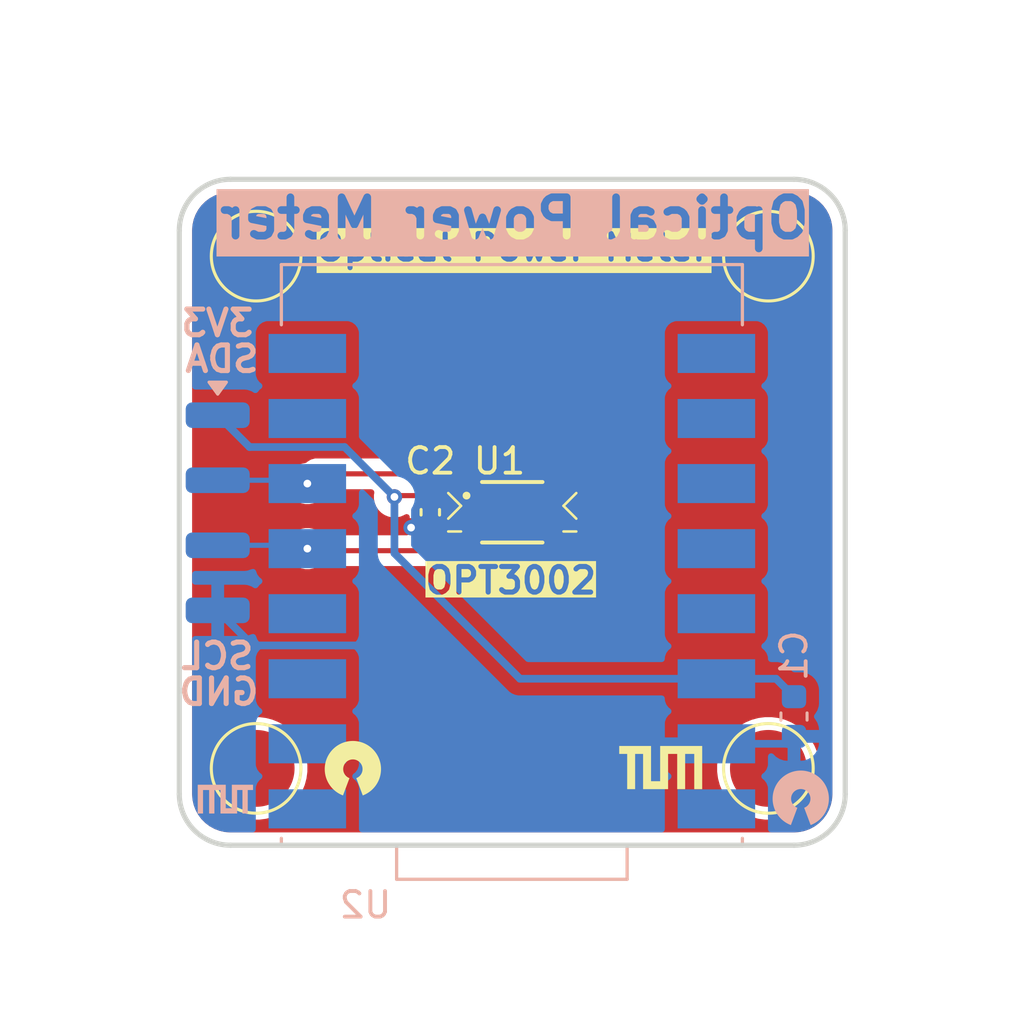
<source format=kicad_pcb>
(kicad_pcb (version 20241229) (generator "pcbnew") (generator_version "9.0")
  (layers (0 "F.Cu" signal) (2 "B.Cu" signal) (13 "F.Paste" user) (15 "B.Paste" user) (5 "F.SilkS" user "F.Silkscreen") (7 "B.SilkS" user "B.Silkscreen") (1 "F.Mask" user) (3 "B.Mask" user) (25 "Edge.Cuts" user))
  (net 0 "")
  (net 1 "+3V3")
  (net 2 "GND")
  (net 3 "/SDA")
  (net 4 "/SCL")
  (footprint "TestPoint:TestPoint_Pad_D3.0mm" (layer "F.Cu") (at 95 110)
    (property "Reference" "TP2" (hide yes))
    (property "Value" "solder_spacer")
    (fp_circle (center 0 0) (end 0 1.75) (stroke (width 0.12)) (fill no) (layer "F.SilkS"))
    (pad "1" smd circle (at 0 0) (size 3 3) (layers "F.Cu" "F.Mask"))
  )
  (footprint "opt3002_breakout:opt3002" (layer "F.Cu") (at 105 100)
    (property "Reference" "U1" (at -0.5 -2 0) (layer "F.SilkS"))
    (property "Value" "OPT3002DNPR")
    (fp_line (start -2 -0.25) (end -2.5 -0.75) (stroke (width 0.1)) (layer "F.SilkS"))
    (fp_line (start -2 -0.25) (end -2.5 0.25) (stroke (width 0.1)) (layer "F.SilkS"))
    (fp_line (start -2 0.75) (end -2.5 0.75) (stroke (width 0.1)) (layer "F.SilkS"))
    (fp_line (start -1.1811 1.1811) (end 1.1811 1.1811) (stroke (width 0.1524)) (layer "F.SilkS"))
    (fp_line (start 1.1811 -1.1811) (end -1.1811 -1.1811) (stroke (width 0.1524)) (layer "F.SilkS"))
    (fp_line (start 2 -0.25) (end 2.5 -0.75) (stroke (width 0.1)) (layer "F.SilkS"))
    (fp_line (start 2 -0.25) (end 2.5 0.25) (stroke (width 0.1)) (layer "F.SilkS"))
    (fp_line (start 2 0.75) (end 2.5 0.75) (stroke (width 0.1)) (layer "F.SilkS"))
    (fp_circle (center -1.7855 -0.65) (end -1.7093 -0.65) (stroke (width 0.1524)) (fill no) (layer "F.SilkS"))
    (pad "1" smd rect (at -1.0287 -0.649999) (size 0.6604 0.254) (layers "F.Cu" "F.Mask" "F.Paste") (net 1 "+3V3"))
    (pad "2" smd rect (at -1.0287 0) (size 0.6604 0.254) (layers "F.Cu" "F.Mask" "F.Paste") (net 2 "GND"))
    (pad "3" smd rect (at -1.0287 0.649999) (size 0.6604 0.254) (layers "F.Cu" "F.Mask" "F.Paste") (net 2 "GND"))
    (pad "4" smd rect (at 1.0287 0.649999) (size 0.6604 0.254) (layers "F.Cu" "F.Mask" "F.Paste") (net 4 "/SCL"))
    (pad "5" smd rect (at 1.0287 0) (size 0.6604 0.254) (layers "F.Cu" "F.Mask" "F.Paste"))
    (pad "6" smd rect (at 1.0287 -0.649999) (size 0.6604 0.254) (layers "F.Cu" "F.Mask" "F.Paste") (net 3 "/SDA"))
    (pad "7" smd rect (at 0 0) (size 0.762 1.4478) (layers "F.Cu" "F.Mask" "F.Paste"))
  )
  (footprint "TestPoint:TestPoint_Pad_D3.0mm" (layer "F.Cu") (at 115 110)
    (property "Reference" "TP4" (hide yes))
    (property "Value" "solder_spacer")
    (fp_circle (center 0 0) (end 0 1.75) (stroke (width 0.12)) (fill no) (layer "F.SilkS"))
    (pad "1" smd circle (at 0 0) (size 3 3) (layers "F.Cu" "F.Mask"))
  )
  (footprint "TestPoint:TestPoint_Pad_D3.0mm" (layer "F.Cu") (at 95 90)
    (property "Reference" "TP1" (hide yes))
    (property "Value" "solder_spacer")
    (fp_circle (center 0 0) (end 0 1.75) (stroke (width 0.12)) (fill no) (layer "F.SilkS"))
    (pad "1" smd circle (at 0 0) (size 3 3) (layers "F.Cu" "F.Mask"))
  )
  (footprint "TestPoint:TestPoint_Pad_D3.0mm" (layer "F.Cu") (at 115 90)
    (property "Reference" "TP3" (hide yes))
    (property "Value" "solder_spacer")
    (fp_circle (center 0 0) (end 0 1.75) (stroke (width 0.12)) (fill no) (layer "F.SilkS"))
    (pad "1" smd circle (at 0 0) (size 3 3) (layers "F.Cu" "F.Mask"))
  )
  (footprint "Capacitor_SMD:C_0402_1005Metric" (layer "F.Cu") (at 101.8 100 -90)
    (property "Reference" "C2" (at -2 0 180) (layer "F.SilkS"))
    (property "Value" "100n")
    (fp_line (start -0.107836 0.36) (end 0.107836 0.36) (stroke (width 0.12)) (layer "F.SilkS"))
    (fp_line (start -0.107836 -0.36) (end 0.107836 -0.36) (stroke (width 0.12)) (layer "F.SilkS"))
    (pad "1" smd roundrect (at -0.48 0 270) (size 0.56 0.62) (layers "F.Cu" "F.Mask" "F.Paste") (net 1 "+3V3"))
    (pad "2" smd roundrect (at 0.48 0 270) (size 0.56 0.62) (layers "F.Cu" "F.Mask" "F.Paste") (net 2 "GND"))
  )
  (footprint "opt3002_breakout:smd_pads_P2.54mm" (layer "B.Cu") (at 93.5 100.02 180)
    (property "Reference" "J1" (hide yes))
    (property "Value" "mocrocontroller")
    (fp_poly (pts (xy 0 4.63) (xy -0.34 5.1) (xy 0.34 5.1)) (stroke (width 0.12)) (fill yes) (layer "B.SilkS"))
    (pad "1" smd roundrect (at 0 3.81 180) (size 2.5 1) (layers "B.Cu" "B.Mask" "B.Paste") (net 1 "+3V3"))
    (pad "2" smd roundrect (at 0 1.27 180) (size 2.5 1) (layers "B.Cu" "B.Mask" "B.Paste") (net 3 "/SDA"))
    (pad "3" smd roundrect (at 0 -1.27 180) (size 2.5 1) (layers "B.Cu" "B.Mask" "B.Paste") (net 4 "/SCL"))
    (pad "4" smd roundrect (at 0 -3.81 180) (size 2.5 1) (layers "B.Cu" "B.Mask" "B.Paste") (net 2 "GND"))
  )
  (footprint "Capacitor_SMD:C_0603_1608Metric" (layer "B.Cu") (at 116 107.975 -90)
    (property "Reference" "C1" (at -2.375 0 90) (layer "B.SilkS") (effects (justify mirror)))
    (property "Value" "100n")
    (fp_line (start -0.14058 0.51) (end 0.14058 0.51) (stroke (width 0.12)) (layer "B.SilkS"))
    (fp_line (start -0.14058 -0.51) (end 0.14058 -0.51) (stroke (width 0.12)) (layer "B.SilkS"))
    (pad "1" smd roundrect (at -0.775 0 270) (size 0.9 0.95) (layers "B.Cu" "B.Mask" "B.Paste") (net 1 "+3V3"))
    (pad "2" smd roundrect (at 0.775 0 270) (size 0.9 0.95) (layers "B.Cu" "B.Mask" "B.Paste") (net 2 "GND"))
  )
  (footprint "opt3002_breakout:MODULE_ESP32-C3_SUPERMINI" (layer "B.Cu") (at 104.985 101.68)
    (property "Reference" "U2" (at -5.715 13.6525 0) (layer "B.SilkS") (effects (justify mirror)))
    (property "Value" "ESP32-C3_SUPERMINI_SMD")
    (fp_line (start -9 -11.35) (end -9 -9) (stroke (width 0.127)) (layer "B.SilkS"))
    (fp_line (start -9 11.05) (end -9 11.35) (stroke (width 0.127)) (layer "B.SilkS"))
    (fp_line (start -4.5 11.35) (end -9 11.35) (stroke (width 0.127)) (layer "B.SilkS"))
    (fp_line (start -4.5 12.65) (end -4.5 11.35) (stroke (width 0.127)) (layer "B.SilkS"))
    (fp_line (start 4.5 12.65) (end -4.5 12.65) (stroke (width 0.127)) (layer "B.SilkS"))
    (fp_line (start 4.5 12.65) (end 4.5 11.35) (stroke (width 0.127)) (layer "B.SilkS"))
    (fp_line (start 9 -11.35) (end -9 -11.35) (stroke (width 0.127)) (layer "B.SilkS"))
    (fp_line (start 9 -11.35) (end 9 -9) (stroke (width 0.127)) (layer "B.SilkS"))
    (fp_line (start 9 11.05) (end 9 11.35) (stroke (width 0.127)) (layer "B.SilkS"))
    (fp_line (start 9 11.35) (end 4.5 11.35) (stroke (width 0.127)) (layer "B.SilkS"))
    (pad "0" smd rect (at 7.985 -7.88) (size 3.025 1.524) (layers "B.Cu" "B.Mask" "B.Paste"))
    (pad "1" smd rect (at 7.985 -5.34) (size 3.025 1.524) (layers "B.Cu" "B.Mask" "B.Paste"))
    (pad "2" smd rect (at 7.985 -2.8) (size 3.025 1.524) (layers "B.Cu" "B.Mask" "B.Paste"))
    (pad "3" smd rect (at 7.985 -0.26) (size 3.025 1.524) (layers "B.Cu" "B.Mask" "B.Paste"))
    (pad "3.3" smd rect (at 7.985 4.82) (size 3.025 1.524) (layers "B.Cu" "B.Mask" "B.Paste") (net 1 "+3V3"))
    (pad "4" smd rect (at 7.985 2.28) (size 3.025 1.524) (layers "B.Cu" "B.Mask" "B.Paste"))
    (pad "5" smd rect (at -7.985 9.9) (size 3.025 1.524) (layers "B.Cu" "B.Mask" "B.Paste"))
    (pad "5V" smd rect (at 7.985 9.9) (size 3.025 1.524) (layers "B.Cu" "B.Mask" "B.Paste"))
    (pad "6" smd rect (at -7.985 7.36) (size 3.025 1.524) (layers "B.Cu" "B.Mask" "B.Paste"))
    (pad "7" smd rect (at -7.985 4.82) (size 3.025 1.524) (layers "B.Cu" "B.Mask" "B.Paste"))
    (pad "8" smd rect (at -7.985 2.28) (size 3.025 1.524) (layers "B.Cu" "B.Mask" "B.Paste"))
    (pad "9" smd rect (at -7.985 -0.26) (size 3.025 1.524) (layers "B.Cu" "B.Mask" "B.Paste") (net 4 "/SCL"))
    (pad "10" smd rect (at -7.985 -2.8) (size 3.025 1.524) (layers "B.Cu" "B.Mask" "B.Paste") (net 3 "/SDA"))
    (pad "20" smd rect (at -7.985 -5.34) (size 3.025 1.524) (layers "B.Cu" "B.Mask" "B.Paste"))
    (pad "21" smd rect (at -7.985 -7.88) (size 3.025 1.524) (layers "B.Cu" "B.Mask" "B.Paste"))
    (pad "G" smd rect (at 7.985 7.36) (size 3.025 1.524) (layers "B.Cu" "B.Mask" "B.Paste") (net 2 "GND"))
  )
  (gr_poly (pts (xy 110.418588 110.5) (xy 110.773631 110.5) (xy 110.773631 109.124207) (xy 112.415706 109.124207) (xy 112.415706 110.810662) (xy 112.105043 110.810662) (xy 112.105043 109.43487) (xy 111.75 109.43487) (xy 111.75 110.810662) (xy 111.439337 110.810662) (xy 111.439337 109.43487) (xy 111.084294 109.43487) (xy 111.084294 110.810662) (xy 110.107925 110.810662) (xy 110.107925 109.43487) (xy 109.797262 109.43487) (xy 109.797262 110.810662) (xy 109.486599 110.810662) (xy 109.486599 109.43487) (xy 109.175936 109.43487) (xy 109.175936 109.124207) (xy 110.418588 109.124207)) (fill yes) (layer "F.SilkS"))
  (gr_poly (pts (xy 98.777155 108.928049) (xy 98.777106 108.928048) (xy 98.777205 108.928048)) (fill yes) (layer "F.SilkS"))
  (gr_poly (pts (xy 98.833675 108.929478) (xy 98.889501 108.933723) (xy 98.944515 108.940713) (xy 98.998648 108.95038) (xy 99.051832 108.962654) (xy 99.103996 108.977466) (xy 99.155072 108.994747) (xy 99.204991 109.014429) (xy 99.253684 109.036441) (xy 99.301081 109.060716) (xy 99.347114 109.087184) (xy 99.391714 109.115776) (xy 99.434811 109.146422) (xy 99.476337 109.179054) (xy 99.516222 109.213604) (xy 99.554398 109.25) (xy 99.590795 109.288176) (xy 99.625344 109.328061) (xy 99.657976 109.369587) (xy 99.688623 109.412684) (xy 99.717214 109.457284) (xy 99.743682 109.503317) (xy 99.767957 109.550714) (xy 99.789969 109.599407) (xy 99.809651 109.649326) (xy 99.826932 109.700402) (xy 99.841745 109.752566) (xy 99.854018 109.80575) (xy 99.863685 109.859883) (xy 99.870675 109.914897) (xy 99.87492 109.970723) (xy 99.87635 110.027293) (xy 99.875487 110.071258) (xy 99.872918 110.114785) (xy 99.868676 110.157841) (xy 99.862793 110.200394) (xy 99.855302 110.242411) (xy 99.846235 110.283861) (xy 99.835625 110.32471) (xy 99.823502 110.364928) (xy 99.809901 110.404481) (xy 99.794853 110.443337) (xy 99.77839 110.481464) (xy 99.760545 110.51883) (xy 99.74135 110.555402) (xy 99.720838 110.591149) (xy 99.699041 110.626037) (xy 99.67599 110.660035) (xy 99.651719 110.693111) (xy 99.62626 110.725231) (xy 99.599645 110.756365) (xy 99.571907 110.786479) (xy 99.543077 110.815541) (xy 99.513188 110.84352) (xy 99.482272 110.870382) (xy 99.450362 110.896095) (xy 99.41749 110.920628) (xy 99.383689 110.943948) (xy 99.34899 110.966023) (xy 99.313426 110.98682) (xy 99.277029 111.006307) (xy 99.239832 111.024453) (xy 99.201867 111.041224) (xy 99.163166 111.056588) (xy 98.90986 110.381107) (xy 98.936208 110.370067) (xy 98.961501 110.357138) (xy 98.985651 110.342407) (xy 99.008569 110.325963) (xy 99.030165 110.307894) (xy 99.050351 110.28829) (xy 99.069037 110.267239) (xy 99.086135 110.24483) (xy 99.101555 110.22115) (xy 99.115207 110.19629) (xy 99.127004 110.170338) (xy 99.136856 110.143382) (xy 99.144673 110.11551) (xy 99.150368 110.086813) (xy 99.15385 110.057377) (xy 99.15503 110.027293) (xy 99.154538 110.007851) (xy 99.153079 109.988664) (xy 99.150676 109.969756) (xy 99.147354 109.95115) (xy 99.143134 109.932871) (xy 99.138043 109.914943) (xy 99.132103 109.897388) (xy 99.125337 109.88023) (xy 99.117771 109.863494) (xy 99.109427 109.847203) (xy 99.100329 109.831381) (xy 99.090501 109.816051) (xy 99.079967 109.801238) (xy 99.06875 109.786965) (xy 99.056874 109.773255) (xy 99.044364 109.760134) (xy 99.031242 109.747623) (xy 99.017533 109.735748) (xy 99.003259 109.724531) (xy 98.988446 109.713997) (xy 98.973117 109.704169) (xy 98.957294 109.695071) (xy 98.941003 109.686727) (xy 98.924267 109.67916) (xy 98.90711 109.672395) (xy 98.889555 109.666455) (xy 98.871626 109.661363) (xy 98.853347 109.657144) (xy 98.834742 109.653821) (xy 98.815834 109.651418) (xy 98.796647 109.649959) (xy 98.777205 109.649467) (xy 98.757763 109.649959) (xy 98.738576 109.651418) (xy 98.719668 109.653821) (xy 98.701063 109.657144) (xy 98.682784 109.661363) (xy 98.664855 109.666455) (xy 98.6473 109.672395) (xy 98.630143 109.67916) (xy 98.613407 109.686727) (xy 98.597116 109.695071) (xy 98.581293 109.704169) (xy 98.565964 109.713997) (xy 98.55115 109.724531) (xy 98.536877 109.735748) (xy 98.523168 109.747623) (xy 98.510046 109.760134) (xy 98.497536 109.773255) (xy 98.48566 109.786965) (xy 98.474443 109.801238) (xy 98.463909 109.816051) (xy 98.454081 109.831381) (xy 98.444983 109.847203) (xy 98.436639 109.863494) (xy 98.429073 109.88023) (xy 98.422307 109.897388) (xy 98.416367 109.914943) (xy 98.411275 109.932872) (xy 98.407056 109.95115) (xy 98.403734 109.969756) (xy 98.401331 109.988664) (xy 98.399872 110.007851) (xy 98.39938 110.027293) (xy 98.399677 110.042402) (xy 98.400559 110.057361) (xy 98.402017 110.072159) (xy 98.404038 110.086784) (xy 98.406612 110.101226) (xy 98.409728 110.115473) (xy 98.413374 110.129515) (xy 98.41754 110.14334) (xy 98.422214 110.156936) (xy 98.427386 110.170294) (xy 98.433043 110.183401) (xy 98.439176 110.196247) (xy 98.445773 110.20882) (xy 98.452823 110.221109) (xy 98.460315 110.233104) (xy 98.468238 110.244792) (xy 98.47658 110.256164) (xy 98.485331 110.267207) (xy 98.49448 110.277911) (xy 98.504015 110.288264) (xy 98.513926 110.298256) (xy 98.5242 110.307874) (xy 98.534829 110.317109) (xy 98.545799 110.325949) (xy 98.5571 110.334382) (xy 98.568722 110.342398) (xy 98.580652 110.349986) (xy 98.59288 110.357134) (xy 98.605395 110.363831) (xy 98.618186 110.370066) (xy 98.631241 110.375828) (xy 98.644549 110.381107) (xy 98.391244 111.056588) (xy 98.314578 111.024453) (xy 98.240984 110.98682) (xy 98.170721 110.943948) (xy 98.104048 110.896095) (xy 98.041222 110.84352) (xy 97.982503 110.786479) (xy 97.92815 110.725231) (xy 97.87842 110.660035) (xy 97.833572 110.591149) (xy 97.793865 110.51883) (xy 97.759557 110.443337) (xy 97.730908 110.364928) (xy 97.708174 110.283861) (xy 97.691616 110.200394) (xy 97.681492 110.114785) (xy 97.67806 110.027293) (xy 97.67949 109.970723) (xy 97.683735 109.914897) (xy 97.690725 109.859883) (xy 97.700391 109.80575) (xy 97.712665 109.752566) (xy 97.727477 109.700402) (xy 97.744758 109.649326) (xy 97.764439 109.599407) (xy 97.786451 109.550714) (xy 97.810725 109.503317) (xy 97.837191 109.457284) (xy 97.865782 109.412684) (xy 97.896427 109.369587) (xy 97.929058 109.328061) (xy 97.963605 109.288176) (xy 98 109.25) (xy 98.038173 109.213604) (xy 98.078055 109.179054) (xy 98.119578 109.146422) (xy 98.162672 109.115775) (xy 98.207267 109.087184) (xy 98.253296 109.060716) (xy 98.300689 109.036441) (xy 98.349377 109.014429) (xy 98.39929 108.994747) (xy 98.450361 108.977466) (xy 98.502518 108.962654) (xy 98.555695 108.95038) (xy 98.609821 108.940713) (xy 98.664827 108.933723) (xy 98.720645 108.929478) (xy 98.777155 108.928049)) (fill yes) (layer "F.SilkS"))
  (gr_poly (pts (xy 116.264067 110.084529) (xy 116.264116 110.084528) (xy 116.264017 110.084528)) (fill yes) (layer "B.SilkS"))
  (gr_poly (pts (xy 94.051489 111.555043) (xy 93.814793 111.555043) (xy 93.814793 110.637848) (xy 92.720077 110.637848) (xy 92.720077 111.762152) (xy 92.927185 111.762152) (xy 92.927185 110.844957) (xy 93.163881 110.844957) (xy 93.163881 111.762152) (xy 93.370989 111.762152) (xy 93.370989 110.844957) (xy 93.607685 110.844957) (xy 93.607685 111.762152) (xy 94.258597 111.762152) (xy 94.258597 110.844957) (xy 94.465706 110.844957) (xy 94.465706 111.762152) (xy 94.672814 111.762152) (xy 94.672814 110.844957) (xy 94.879923 110.844957) (xy 94.879923 110.637848) (xy 94.051489 110.637848)) (fill yes) (layer "B.SilkS"))
  (gr_poly (pts (xy 116.207547 110.085958) (xy 116.151721 110.090203) (xy 116.096707 110.097193) (xy 116.042574 110.10686) (xy 115.98939 110.119134) (xy 115.937226 110.133946) (xy 115.88615 110.151227) (xy 115.836231 110.170909) (xy 115.787538 110.192921) (xy 115.740141 110.217196) (xy 115.694108 110.243664) (xy 115.649508 110.272256) (xy 115.606411 110.302902) (xy 115.564885 110.335534) (xy 115.525 110.370084) (xy 115.486824 110.40648) (xy 115.450427 110.444656) (xy 115.415878 110.484541) (xy 115.383246 110.526067) (xy 115.352599 110.569164) (xy 115.324008 110.613764) (xy 115.29754 110.659797) (xy 115.273265 110.707194) (xy 115.251253 110.755887) (xy 115.231571 110.805806) (xy 115.21429 110.856882) (xy 115.199477 110.909046) (xy 115.187204 110.96223) (xy 115.177537 111.016363) (xy 115.170547 111.071377) (xy 115.166302 111.127203) (xy 115.164872 111.183773) (xy 115.165735 111.227738) (xy 115.168304 111.271265) (xy 115.172546 111.314321) (xy 115.178429 111.356874) (xy 115.18592 111.398891) (xy 115.194987 111.440341) (xy 115.205597 111.48119) (xy 115.21772 111.521408) (xy 115.231321 111.560961) (xy 115.246369 111.599817) (xy 115.262832 111.637944) (xy 115.280677 111.67531) (xy 115.299872 111.711882) (xy 115.320384 111.747629) (xy 115.342181 111.782517) (xy 115.365232 111.816515) (xy 115.389503 111.849591) (xy 115.414962 111.881711) (xy 115.441577 111.912845) (xy 115.469315 111.942959) (xy 115.498145 111.972021) (xy 115.528034 112) (xy 115.55895 112.026862) (xy 115.59086 112.052575) (xy 115.623732 112.077108) (xy 115.657533 112.100428) (xy 115.692232 112.122503) (xy 115.727796 112.1433) (xy 115.764193 112.162787) (xy 115.80139 112.180933) (xy 115.839355 112.197704) (xy 115.878056 112.213068) (xy 116.131362 111.537587) (xy 116.105014 111.526547) (xy 116.079721 111.513618) (xy 116.055571 111.498887) (xy 116.032653 111.482443) (xy 116.011057 111.464374) (xy 115.990871 111.44477) (xy 115.972185 111.423719) (xy 115.955087 111.40131) (xy 115.939667 111.37763) (xy 115.926015 111.35277) (xy 115.914218 111.326818) (xy 115.904366 111.299862) (xy 115.896549 111.27199) (xy 115.890854 111.243293) (xy 115.887372 111.213857) (xy 115.886192 111.183773) (xy 115.886684 111.164331) (xy 115.888143 111.145144) (xy 115.890546 111.126236) (xy 115.893868 111.10763) (xy 115.898088 111.089351) (xy 115.903179 111.071423) (xy 115.909119 111.053868) (xy 115.915885 111.03671) (xy 115.923451 111.019974) (xy 115.931795 111.003683) (xy 115.940893 110.987861) (xy 115.950721 110.972531) (xy 115.961255 110.957718) (xy 115.972472 110.943445) (xy 115.984348 110.929735) (xy 115.996858 110.916614) (xy 116.00998 110.904103) (xy 116.023689 110.892228) (xy 116.037963 110.881011) (xy 116.052776 110.870477) (xy 116.068105 110.860649) (xy 116.083928 110.851551) (xy 116.100219 110.843207) (xy 116.116955 110.83564) (xy 116.134112 110.828875) (xy 116.151667 110.822935) (xy 116.169596 110.817843) (xy 116.187875 110.813624) (xy 116.20648 110.810301) (xy 116.225388 110.807898) (xy 116.244575 110.806439) (xy 116.264017 110.805947) (xy 116.283459 110.806439) (xy 116.302646 110.807898) (xy 116.321554 110.810301) (xy 116.340159 110.813624) (xy 116.358438 110.817843) (xy 116.376367 110.822935) (xy 116.393922 110.828875) (xy 116.411079 110.83564) (xy 116.427815 110.843207) (xy 116.444106 110.851551) (xy 116.459929 110.860649) (xy 116.475258 110.870477) (xy 116.490072 110.881011) (xy 116.504345 110.892228) (xy 116.518054 110.904103) (xy 116.531176 110.916614) (xy 116.543686 110.929735) (xy 116.555562 110.943445) (xy 116.566779 110.957718) (xy 116.577313 110.972531) (xy 116.587141 110.987861) (xy 116.596239 111.003683) (xy 116.604583 111.019974) (xy 116.612149 111.03671) (xy 116.618915 111.053868) (xy 116.624855 111.071423) (xy 116.629947 111.089352) (xy 116.634166 111.10763) (xy 116.637488 111.126236) (xy 116.639891 111.145144) (xy 116.64135 111.164331) (xy 116.641842 111.183773) (xy 116.641545 111.198882) (xy 116.640663 111.213841) (xy 116.639205 111.228639) (xy 116.637184 111.243264) (xy 116.63461 111.257706) (xy 116.631494 111.271953) (xy 116.627848 111.285995) (xy 116.623682 111.29982) (xy 116.619008 111.313416) (xy 116.613836 111.326774) (xy 116.608179 111.339881) (xy 116.602046 111.352727) (xy 116.595449 111.3653) (xy 116.588399 111.377589) (xy 116.580907 111.389584) (xy 116.572984 111.401272) (xy 116.564642 111.412644) (xy 116.555891 111.423687) (xy 116.546742 111.434391) (xy 116.537207 111.444744) (xy 116.527296 111.454736) (xy 116.517022 111.464354) (xy 116.506393 111.473589) (xy 116.495423 111.482429) (xy 116.484122 111.490862) (xy 116.4725 111.498878) (xy 116.46057 111.506466) (xy 116.448342 111.513614) (xy 116.435827 111.520311) (xy 116.423036 111.526546) (xy 116.409981 111.532308) (xy 116.396673 111.537587) (xy 116.649978 112.213068) (xy 116.726644 112.180933) (xy 116.800238 112.1433) (xy 116.870501 112.100428) (xy 116.937174 112.052575) (xy 117 112) (xy 117.058719 111.942959) (xy 117.113072 111.881711) (xy 117.162802 111.816515) (xy 117.20765 111.747629) (xy 117.247357 111.67531) (xy 117.281665 111.599817) (xy 117.310314 111.521408) (xy 117.333048 111.440341) (xy 117.349606 111.356874) (xy 117.35973 111.271265) (xy 117.363162 111.183773) (xy 117.361732 111.127203) (xy 117.357487 111.071377) (xy 117.350497 111.016363) (xy 117.340831 110.96223) (xy 117.328557 110.909046) (xy 117.313745 110.856882) (xy 117.296464 110.805806) (xy 117.276783 110.755887) (xy 117.254771 110.707194) (xy 117.230497 110.659797) (xy 117.204031 110.613764) (xy 117.17544 110.569164) (xy 117.144795 110.526067) (xy 117.112164 110.484541) (xy 117.077617 110.444656) (xy 117.041222 110.40648) (xy 117.003049 110.370084) (xy 116.963167 110.335534) (xy 116.921644 110.302902) (xy 116.87855 110.272255) (xy 116.833955 110.243664) (xy 116.787926 110.217196) (xy 116.740533 110.192921) (xy 116.691845 110.170909) (xy 116.641932 110.151227) (xy 116.590861 110.133946) (xy 116.538704 110.119134) (xy 116.485527 110.10686) (xy 116.431401 110.097193) (xy 116.376395 110.090203) (xy 116.320577 110.085958) (xy 116.264067 110.084529)) (fill yes) (layer "B.SilkS"))
  (gr_line (start 93.999998 87.000002) (end 116 87.000002) (stroke (width 0.2)) (layer "Edge.Cuts"))
  (gr_arc (start 93.999998 113.000002) (mid 92.585786 112.414216) (end 92 111.000004) (stroke (width 0.2)) (layer "Edge.Cuts"))
  (gr_arc (start 92 89) (mid 92.585786 87.585788) (end 93.999998 87.000002) (stroke (width 0.2)) (layer "Edge.Cuts"))
  (gr_line (start 92 89) (end 92 111.000004) (stroke (width 0.2)) (layer "Edge.Cuts"))
  (gr_arc (start 116 87.000002) (mid 117.414214 87.585788) (end 118 89.000002) (stroke (width 0.2)) (layer "Edge.Cuts"))
  (gr_arc (start 118 111.000002) (mid 117.414214 112.414216) (end 116 113.000002) (stroke (width 0.2)) (layer "Edge.Cuts"))
  (gr_line (start 118 89.000002) (end 118 111.000002) (stroke (width 0.2)) (layer "Edge.Cuts"))
  (gr_line (start 93.999998 113.000002) (end 116 113.000002) (stroke (width 0.2)) (layer "Edge.Cuts"))
  (gr_text "Optical Power Meter" (at 97.25 90.25 0) (layer "F.SilkS" knockout) (effects (font (size 1 1) (thickness 0.2) (bold yes)) (justify left bottom)))
  (gr_text "OPT3002" (at 101.5 103.25 0) (layer "F.SilkS" knockout) (effects (font (size 1 1) (thickness 0.2) (bold yes)) (justify left bottom)))
  (gr_text "SDA" (at 95.2 94.6 0) (layer "B.SilkS") (effects (font (size 1 1) (thickness 0.2) (bold yes)) (justify left bottom mirror)))
  (gr_text "3V3" (at 95 93.2 0) (layer "B.SilkS") (effects (font (size 1 1) (thickness 0.2) (bold yes)) (justify left bottom mirror)))
  (gr_text "GND" (at 95.2 107.6 0) (layer "B.SilkS") (effects (font (size 1 1) (thickness 0.2) (bold yes)) (justify left bottom mirror)))
  (gr_text "Optical Power Meter" (at 116.75 89.4 0) (layer "B.SilkS" knockout) (effects (font (size 1.5 1.5) (thickness 0.3)) (justify left bottom mirror)))
  (gr_text "SCL" (at 95 106.2 0) (layer "B.SilkS") (effects (font (size 1 1) (thickness 0.2) (bold yes)) (justify left bottom mirror)))
  (segment (start 100.449999 99.350001) (end 100.4 99.4) (width 0.3) (layer "F.Cu") (net 1))
  (segment (start 103.9713 99.350001) (end 100.449999 99.350001) (width 0.2) (layer "F.Cu") (net 1))
  (via (at 100.4 99.4) (size 0.6) (drill 0.3) (layers "F.Cu" "B.Cu") (net 1))
  (segment (start 112.97 106.5) (end 105.3 106.5) (width 0.3) (layer "B.Cu") (net 1))
  (segment (start 112.97 106.5) (end 115.3 106.5) (width 0.3) (layer "B.Cu") (net 1))
  (segment (start 98.453 97.453) (end 94.743 97.453) (width 0.3) (layer "B.Cu") (net 1))
  (segment (start 100.4 99.4) (end 98.453 97.453) (width 0.3) (layer "B.Cu") (net 1))
  (segment (start 115.3 106.5) (end 116 107.2) (width 0.3) (layer "B.Cu") (net 1))
  (segment (start 94.743 97.453) (end 93.5 96.21) (width 0.3) (layer "B.Cu") (net 1))
  (segment (start 100.4 101.6) (end 100.4 99.4) (width 0.3) (layer "B.Cu") (net 1))
  (segment (start 105.3 106.5) (end 100.4 101.6) (width 0.3) (layer "B.Cu") (net 1))
  (segment (start 102.6 100.649999) (end 101.969999 100.649999) (width 0.2) (layer "F.Cu") (net 2))
  (segment (start 101.05 100.6) (end 101.6 100.6) (width 0.2) (layer "F.Cu") (net 2))
  (segment (start 103.9713 100) (end 103.249999 100) (width 0.2) (layer "F.Cu") (net 2))
  (segment (start 101.6 100.6) (end 101.72 100.48) (width 0.2) (layer "F.Cu") (net 2))
  (segment (start 103.249999 100) (end 102.6 100.649999) (width 0.2) (layer "F.Cu") (net 2))
  (segment (start 101.72 100.48) (end 101.8 100.48) (width 0.2) (layer "F.Cu") (net 2))
  (segment (start 103.9713 100.649999) (end 101.969999 100.649999) (width 0.2) (layer "F.Cu") (net 2))
  (segment (start 101.969999 100.649999) (end 101.8 100.48) (width 0.2) (layer "F.Cu") (net 2))
  (via (at 101.05 100.6) (size 0.6) (drill 0.3) (layers "F.Cu" "B.Cu") (net 2))
  (segment (start 112.97 109.04) (end 115.71 109.04) (width 0.3) (layer "B.Cu") (net 2))
  (segment (start 115.71 109.04) (end 116 108.75) (width 0.3) (layer "B.Cu") (net 2))
  (segment (start 94.87 105.2) (end 99.4 105.2) (width 0.3) (layer "B.Cu") (net 2))
  (segment (start 93.5 103.83) (end 94.87 105.2) (width 0.3) (layer "B.Cu") (net 2))
  (segment (start 97.38 98.5) (end 105.5 98.5) (width 0.2) (layer "F.Cu") (net 3))
  (segment (start 105.5 98.5) (end 106.0287 99.0287) (width 0.2) (layer "F.Cu") (net 3))
  (segment (start 97 98.88) (end 97.38 98.5) (width 0.2) (layer "F.Cu") (net 3))
  (segment (start 106.0287 99.0287) (end 106.0287 99.350001) (width 0.2) (layer "F.Cu") (net 3))
  (via (at 97 98.88) (size 0.6) (drill 0.3) (layers "F.Cu" "B.Cu") (net 3))
  (segment (start 97 98.88) (end 96.87 98.75) (width 0.2) (layer "B.Cu") (net 3))
  (segment (start 96.87 98.75) (end 93.5 98.75) (width 0.2) (layer "B.Cu") (net 3))
  (segment (start 106.0287 101.2213) (end 105.75 101.5) (width 0.2) (layer "F.Cu") (net 4))
  (segment (start 106.0287 100.649999) (end 106.0287 101.2213) (width 0.2) (layer "F.Cu") (net 4))
  (segment (start 97.08 101.5) (end 97 101.42) (width 0.2) (layer "F.Cu") (net 4))
  (segment (start 105.75 101.5) (end 97.08 101.5) (width 0.2) (layer "F.Cu") (net 4))
  (via (at 97 101.42) (size 0.6) (drill 0.3) (layers "F.Cu" "B.Cu") (net 4))
  (segment (start 93.5 101.29) (end 96.87 101.29) (width 0.2) (layer "B.Cu") (net 4))
  (segment (start 96.87 101.29) (end 97 101.42) (width 0.2) (layer "B.Cu") (net 4))
  (zone (net 2) (net_name "GND") (layers "F.Cu" "B.Cu") (connect_pads (clearance 0.5)) (min_thickness 0.25) (fill yes (thermal_gap 0.5) (thermal_bridge_width 0.5))
    (polygon (pts (xy 85 80) (xy 125 80) (xy 125 120) (xy 85 120)))
  )
)
</source>
